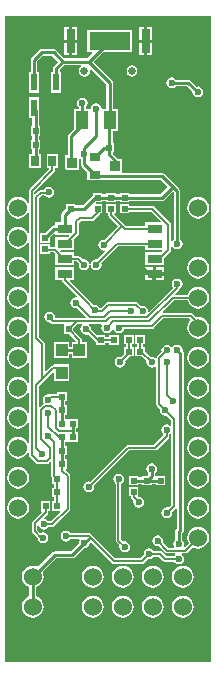
<source format=gbl>
G04 Layer_Physical_Order=2*
G04 Layer_Color=16711680*
%FSLAX25Y25*%
%MOIN*%
G70*
G01*
G75*
%ADD22R,0.03543X0.02756*%
%ADD24R,0.01969X0.01969*%
%ADD25R,0.01969X0.01969*%
%ADD26C,0.00600*%
%ADD27C,0.01000*%
%ADD28C,0.00800*%
%ADD29C,0.02500*%
%ADD30R,0.03000X0.08000*%
%ADD31C,0.06000*%
%ADD32C,0.02362*%
%ADD33R,0.05000X0.03000*%
%ADD34R,0.02165X0.05709*%
%ADD35R,0.02165X0.05709*%
%ADD36R,0.03937X0.04331*%
%ADD37R,0.02756X0.03543*%
%ADD38R,0.13583X0.06102*%
%ADD39R,0.04331X0.06102*%
%ADD40R,0.04331X0.06102*%
%ADD41R,0.03500X0.03500*%
%ADD42R,0.03500X0.03500*%
G36*
X64311Y-41398D02*
X-4312D01*
Y173878D01*
X64311D01*
Y-41398D01*
D02*
G37*
%LPC*%
G36*
X44591Y170091D02*
X43000D01*
Y166000D01*
X44591D01*
Y170091D01*
D02*
G37*
G36*
X19590D02*
X18000D01*
Y166000D01*
X19590D01*
Y170091D01*
D02*
G37*
G36*
X42000D02*
X40409D01*
Y166000D01*
X42000D01*
Y170091D01*
D02*
G37*
G36*
X17000D02*
X15409D01*
Y166000D01*
X17000D01*
Y170091D01*
D02*
G37*
G36*
X44591Y165000D02*
X43000D01*
Y160909D01*
X44591D01*
Y165000D01*
D02*
G37*
G36*
X42000D02*
X40409D01*
Y160909D01*
X42000D01*
Y165000D01*
D02*
G37*
G36*
X19590D02*
X18000D01*
Y160909D01*
X19590D01*
Y165000D01*
D02*
G37*
G36*
X17000D02*
X15409D01*
Y160909D01*
X17000D01*
Y165000D01*
D02*
G37*
G36*
X37903Y169301D02*
X23120D01*
Y161998D01*
X24760D01*
X24911Y161635D01*
X23059Y159783D01*
X15425D01*
X12604Y162604D01*
X12240Y162847D01*
X11811Y162933D01*
X11811Y162933D01*
X7874D01*
X7874Y162933D01*
X7445Y162847D01*
X7081Y162604D01*
X7081Y162604D01*
X4467Y159990D01*
X4224Y159626D01*
X4138Y159197D01*
X4138Y159197D01*
Y155187D01*
X3577D01*
Y148278D01*
X6943D01*
Y155187D01*
X6381D01*
Y158732D01*
X8339Y160689D01*
X11347D01*
X13374Y158661D01*
X11947Y157234D01*
X11704Y156870D01*
X11619Y156441D01*
X11619Y156441D01*
Y155187D01*
X11057D01*
Y148278D01*
X14423D01*
Y155187D01*
X13862D01*
Y155976D01*
X15425Y157540D01*
X21052D01*
X21171Y157146D01*
X20792Y156893D01*
X20383Y156281D01*
X20240Y155559D01*
X20383Y154837D01*
X20792Y154225D01*
X21404Y153816D01*
X22126Y153673D01*
X22848Y153816D01*
X23460Y154225D01*
X23869Y154837D01*
X24012Y155559D01*
X23895Y156147D01*
X24258Y156341D01*
X29390Y151209D01*
Y142726D01*
X28041D01*
X27816Y143000D01*
X27678Y143695D01*
X27284Y144284D01*
X26695Y144678D01*
X26000Y144816D01*
X25305Y144678D01*
X24716Y144284D01*
X24322Y143695D01*
X24206Y143113D01*
X24184Y143000D01*
X23837Y142726D01*
X22578D01*
Y143489D01*
X22741Y143598D01*
X23134Y144187D01*
X23273Y144882D01*
X23134Y145577D01*
X22741Y146166D01*
X22152Y146560D01*
X21457Y146698D01*
X20762Y146560D01*
X20173Y146166D01*
X19779Y145577D01*
X19641Y144882D01*
X19779Y144187D01*
X20173Y143598D01*
X20335Y143489D01*
Y142726D01*
X18691D01*
Y136319D01*
X16924Y134551D01*
X16680Y134187D01*
X16595Y133758D01*
X16595Y133758D01*
Y127397D01*
X15563D01*
Y122697D01*
X20263D01*
Y126433D01*
X20612Y126577D01*
X20926Y126360D01*
Y124500D01*
X20926Y124500D01*
X21011Y124071D01*
X21254Y123707D01*
X23128Y121833D01*
Y119069D01*
X27872D01*
Y119378D01*
X47535D01*
X49914Y117000D01*
X47356Y114443D01*
X37084D01*
Y114906D01*
X33915D01*
Y114443D01*
X32585D01*
Y114906D01*
X31686D01*
X31500Y114943D01*
X31314Y114906D01*
X29416D01*
Y114443D01*
X28084D01*
Y114906D01*
X24915D01*
Y114158D01*
X24849Y114114D01*
X24849Y114114D01*
X21535Y110801D01*
X19084D01*
Y111264D01*
X15915D01*
Y109681D01*
X14723Y108488D01*
X14480Y108124D01*
X14394Y107695D01*
X14394Y107695D01*
Y105100D01*
X12416D01*
Y104122D01*
X12000D01*
X11571Y104036D01*
X11207Y103793D01*
X11207Y103793D01*
X8819Y101406D01*
X7416D01*
Y98237D01*
X10584D01*
Y99998D01*
X12052Y101466D01*
X12416Y101315D01*
Y100900D01*
X16876D01*
X17027Y100536D01*
X16591Y100100D01*
X12416D01*
Y97059D01*
X12243Y96918D01*
X10584D01*
Y97764D01*
X7416D01*
Y94595D01*
X10584D01*
Y95082D01*
X11863D01*
X12416Y94529D01*
Y90900D01*
X18616D01*
Y92082D01*
X19620D01*
X20270Y91432D01*
X20184Y91000D01*
X20322Y90305D01*
X20716Y89716D01*
X21305Y89322D01*
X22000Y89184D01*
X22695Y89322D01*
X23284Y89716D01*
X23678Y90305D01*
X23758Y90707D01*
X23799Y90916D01*
X24201D01*
X24242Y90707D01*
X24322Y90305D01*
X24716Y89716D01*
X25305Y89322D01*
X26000Y89184D01*
X26695Y89322D01*
X27284Y89716D01*
X27678Y90305D01*
X27816Y91000D01*
X27730Y91432D01*
X33380Y97082D01*
X42400D01*
Y95900D01*
X47944D01*
X48094Y95536D01*
X47658Y95100D01*
X42400D01*
Y90900D01*
X48600D01*
Y93158D01*
X50721Y95279D01*
X50942Y95610D01*
X51020Y96000D01*
Y97049D01*
X51413Y97169D01*
X51716Y96716D01*
X52305Y96322D01*
X53000Y96184D01*
X53695Y96322D01*
X54284Y96716D01*
X54678Y97305D01*
X54816Y98000D01*
X54678Y98695D01*
X54284Y99284D01*
X54122Y99393D01*
Y115500D01*
X54122Y115500D01*
X54036Y115929D01*
X53793Y116293D01*
X52293Y117793D01*
X52293Y117793D01*
X48793Y121293D01*
X48429Y121536D01*
X48000Y121622D01*
X48000Y121622D01*
X34962D01*
X34586Y121666D01*
Y126366D01*
X33204D01*
X33029Y126628D01*
X33029Y126628D01*
X31635Y128022D01*
X31708Y128416D01*
X32047D01*
Y131585D01*
X31584D01*
Y135424D01*
X33277D01*
Y142726D01*
X31633D01*
Y151673D01*
X31633Y151673D01*
X31548Y152102D01*
X31305Y152466D01*
X31305Y152466D01*
X25110Y158661D01*
X28447Y161998D01*
X37903D01*
Y169301D01*
D02*
G37*
G36*
X37874Y157445D02*
X37152Y157302D01*
X36540Y156893D01*
X36131Y156281D01*
X35988Y155559D01*
X36131Y154837D01*
X36540Y154225D01*
X37152Y153816D01*
X37874Y153673D01*
X38596Y153816D01*
X39208Y154225D01*
X39617Y154837D01*
X39760Y155559D01*
X39617Y156281D01*
X39208Y156893D01*
X38596Y157302D01*
X37874Y157445D01*
D02*
G37*
G36*
X51181Y153391D02*
X50486Y153253D01*
X49897Y152859D01*
X49503Y152270D01*
X49365Y151575D01*
X49503Y150880D01*
X49897Y150291D01*
X50486Y149897D01*
X51181Y149759D01*
X51876Y149897D01*
X52465Y150291D01*
X52574Y150453D01*
X56228D01*
X58032Y148650D01*
X58026Y148622D01*
X58165Y147927D01*
X58558Y147338D01*
X59148Y146944D01*
X59842Y146806D01*
X60537Y146944D01*
X61127Y147338D01*
X61520Y147927D01*
X61659Y148622D01*
X61520Y149317D01*
X61127Y149906D01*
X60537Y150300D01*
X59842Y150438D01*
X59487Y150367D01*
X57486Y152368D01*
X57122Y152611D01*
X56693Y152696D01*
X56693Y152696D01*
X52574D01*
X52465Y152859D01*
X51876Y153253D01*
X51181Y153391D01*
D02*
G37*
G36*
X6943Y146722D02*
X3577D01*
Y139813D01*
X4736D01*
Y137084D01*
X4273D01*
Y133915D01*
X4736D01*
Y132585D01*
X4273D01*
Y129416D01*
X4736D01*
Y127872D01*
X3569D01*
Y123128D01*
X7525D01*
Y127872D01*
X6980D01*
Y129416D01*
X7442D01*
Y132585D01*
X6980D01*
Y133915D01*
X7442D01*
Y137084D01*
X6980D01*
Y142670D01*
X6943Y142856D01*
Y146722D01*
D02*
G37*
G36*
X13431Y127872D02*
X9475D01*
Y123128D01*
X10298D01*
X10437Y122735D01*
X3851Y116149D01*
X3652Y115851D01*
X3582Y115500D01*
Y111734D01*
X3189Y111655D01*
X3129Y111800D01*
X2552Y112552D01*
X1800Y113129D01*
X924Y113492D01*
X-16Y113615D01*
X-955Y113492D01*
X-1831Y113129D01*
X-2583Y112552D01*
X-3160Y111800D01*
X-3523Y110924D01*
X-3647Y109984D01*
X-3523Y109045D01*
X-3160Y108169D01*
X-2583Y107417D01*
X-1831Y106840D01*
X-955Y106477D01*
X-16Y106353D01*
X924Y106477D01*
X1800Y106840D01*
X2552Y107417D01*
X3129Y108169D01*
X3189Y108313D01*
X3582Y108235D01*
Y101734D01*
X3189Y101655D01*
X3129Y101800D01*
X2552Y102552D01*
X1800Y103129D01*
X924Y103492D01*
X-16Y103615D01*
X-955Y103492D01*
X-1831Y103129D01*
X-2583Y102552D01*
X-3160Y101800D01*
X-3523Y100924D01*
X-3647Y99984D01*
X-3523Y99045D01*
X-3160Y98169D01*
X-2583Y97417D01*
X-1831Y96840D01*
X-955Y96477D01*
X-16Y96353D01*
X924Y96477D01*
X1800Y96840D01*
X2552Y97417D01*
X3129Y98169D01*
X3189Y98313D01*
X3582Y98235D01*
Y91734D01*
X3189Y91655D01*
X3129Y91800D01*
X2552Y92552D01*
X1800Y93129D01*
X924Y93492D01*
X-16Y93615D01*
X-955Y93492D01*
X-1831Y93129D01*
X-2583Y92552D01*
X-3160Y91800D01*
X-3523Y90924D01*
X-3647Y89984D01*
X-3523Y89044D01*
X-3160Y88169D01*
X-2583Y87417D01*
X-1831Y86840D01*
X-955Y86477D01*
X-16Y86353D01*
X924Y86477D01*
X1800Y86840D01*
X2552Y87417D01*
X3129Y88169D01*
X3189Y88313D01*
X3582Y88235D01*
Y81734D01*
X3189Y81655D01*
X3129Y81800D01*
X2552Y82552D01*
X1800Y83129D01*
X924Y83492D01*
X-16Y83615D01*
X-955Y83492D01*
X-1831Y83129D01*
X-2583Y82552D01*
X-3160Y81800D01*
X-3523Y80924D01*
X-3647Y79984D01*
X-3523Y79045D01*
X-3160Y78169D01*
X-2583Y77417D01*
X-1831Y76840D01*
X-955Y76477D01*
X-16Y76353D01*
X924Y76477D01*
X1800Y76840D01*
X2552Y77417D01*
X3129Y78169D01*
X3189Y78313D01*
X3582Y78235D01*
Y71734D01*
X3189Y71655D01*
X3129Y71800D01*
X2552Y72552D01*
X1800Y73129D01*
X924Y73492D01*
X-16Y73615D01*
X-955Y73492D01*
X-1831Y73129D01*
X-2583Y72552D01*
X-3160Y71800D01*
X-3523Y70924D01*
X-3647Y69984D01*
X-3523Y69045D01*
X-3160Y68169D01*
X-2583Y67417D01*
X-1831Y66840D01*
X-955Y66477D01*
X-16Y66353D01*
X924Y66477D01*
X1800Y66840D01*
X2552Y67417D01*
X3129Y68169D01*
X3189Y68313D01*
X3582Y68235D01*
Y61734D01*
X3189Y61655D01*
X3129Y61800D01*
X2552Y62552D01*
X1800Y63129D01*
X924Y63492D01*
X-16Y63615D01*
X-955Y63492D01*
X-1831Y63129D01*
X-2583Y62552D01*
X-3160Y61800D01*
X-3523Y60924D01*
X-3647Y59984D01*
X-3523Y59044D01*
X-3160Y58169D01*
X-2583Y57417D01*
X-1831Y56840D01*
X-955Y56477D01*
X-16Y56353D01*
X924Y56477D01*
X1800Y56840D01*
X2552Y57417D01*
X3129Y58169D01*
X3189Y58313D01*
X3582Y58235D01*
Y51734D01*
X3189Y51655D01*
X3129Y51800D01*
X2552Y52552D01*
X1800Y53129D01*
X924Y53492D01*
X-16Y53615D01*
X-955Y53492D01*
X-1831Y53129D01*
X-2583Y52552D01*
X-3160Y51800D01*
X-3523Y50924D01*
X-3647Y49984D01*
X-3523Y49044D01*
X-3160Y48169D01*
X-2583Y47417D01*
X-1831Y46840D01*
X-955Y46477D01*
X-16Y46353D01*
X924Y46477D01*
X1800Y46840D01*
X2552Y47417D01*
X3129Y48169D01*
X3189Y48313D01*
X3582Y48235D01*
Y41734D01*
X3189Y41655D01*
X3129Y41800D01*
X2552Y42552D01*
X1800Y43129D01*
X924Y43492D01*
X-16Y43615D01*
X-955Y43492D01*
X-1831Y43129D01*
X-2583Y42552D01*
X-3160Y41800D01*
X-3523Y40924D01*
X-3647Y39984D01*
X-3523Y39044D01*
X-3160Y38169D01*
X-2583Y37417D01*
X-1831Y36840D01*
X-955Y36477D01*
X-16Y36353D01*
X924Y36477D01*
X1800Y36840D01*
X2552Y37417D01*
X3129Y38169D01*
X3189Y38313D01*
X3582Y38235D01*
Y31734D01*
X3189Y31655D01*
X3129Y31800D01*
X2552Y32552D01*
X1800Y33129D01*
X924Y33492D01*
X-16Y33615D01*
X-955Y33492D01*
X-1831Y33129D01*
X-2583Y32552D01*
X-3160Y31800D01*
X-3523Y30924D01*
X-3647Y29984D01*
X-3523Y29044D01*
X-3160Y28169D01*
X-2583Y27417D01*
X-1831Y26840D01*
X-955Y26477D01*
X-16Y26353D01*
X924Y26477D01*
X1800Y26840D01*
X2552Y27417D01*
X3129Y28169D01*
X3189Y28313D01*
X3582Y28235D01*
Y27500D01*
X3652Y27149D01*
X3851Y26851D01*
X5851Y24851D01*
X6149Y24652D01*
X6500Y24582D01*
X9500D01*
X9851Y24652D01*
X10149Y24851D01*
X10719Y25421D01*
X11082Y25270D01*
Y20556D01*
X11152Y20204D01*
X11351Y19907D01*
X11387Y19871D01*
Y18000D01*
X12053D01*
Y16669D01*
X11387D01*
Y13500D01*
X12053D01*
Y12084D01*
X11236D01*
Y8916D01*
X13951D01*
X14114Y8522D01*
X11010Y5418D01*
X10029D01*
X9784Y5784D01*
X9195Y6178D01*
X8718Y6273D01*
X8588Y6700D01*
X9828Y7940D01*
X10027Y8237D01*
X10097Y8588D01*
Y8916D01*
X10763D01*
Y12084D01*
X7594D01*
Y8916D01*
X7694D01*
X7845Y8552D01*
X4863Y5570D01*
X4664Y5272D01*
X4594Y4921D01*
Y2165D01*
X4664Y1814D01*
X4863Y1517D01*
X6470Y-90D01*
X6590Y-695D01*
X6984Y-1284D01*
X7573Y-1678D01*
X8268Y-1816D01*
X8963Y-1678D01*
X9552Y-1284D01*
X9945Y-695D01*
X10084Y0D01*
X9945Y695D01*
X9552Y1284D01*
X8963Y1678D01*
X8268Y1816D01*
X7573Y1678D01*
X7407Y1567D01*
X6429Y2545D01*
Y3762D01*
X6822Y3805D01*
X7216Y3216D01*
X7805Y2822D01*
X8500Y2684D01*
X9195Y2822D01*
X9784Y3216D01*
X10029Y3582D01*
X11390D01*
X11741Y3652D01*
X12039Y3851D01*
X17149Y8961D01*
X17348Y9259D01*
X17418Y9610D01*
Y20500D01*
X17348Y20851D01*
X17149Y21149D01*
X15776Y22522D01*
X15939Y22916D01*
X16263D01*
Y26085D01*
X15801D01*
Y27415D01*
X16263D01*
Y30584D01*
X15801D01*
Y31916D01*
X16263D01*
Y34582D01*
X16736D01*
Y31916D01*
X19906D01*
Y35085D01*
X19443D01*
Y36415D01*
X19906D01*
Y39584D01*
X16736D01*
Y36418D01*
X16263D01*
Y39584D01*
X15801D01*
Y40916D01*
X16263D01*
Y44085D01*
X15801D01*
Y45415D01*
X16263D01*
Y48584D01*
X13094D01*
Y47918D01*
X11000D01*
X10649Y47848D01*
X10463Y47724D01*
X10000Y47816D01*
X9305Y47678D01*
X8716Y47284D01*
X8322Y46695D01*
X8184Y46000D01*
X8322Y45305D01*
X8612Y44872D01*
X8568Y44767D01*
X8270Y44568D01*
X7281Y43579D01*
X6918Y43730D01*
Y50620D01*
X8649Y52351D01*
X11538Y55240D01*
X11931Y55077D01*
Y52254D01*
X17068D01*
Y57785D01*
X11931D01*
Y57418D01*
X11500D01*
X11149Y57348D01*
X10851Y57149D01*
X9281Y55579D01*
X8918Y55730D01*
Y64500D01*
X8848Y64851D01*
X8649Y65149D01*
X6918Y66880D01*
Y113120D01*
X7880Y114082D01*
X8778D01*
X8900Y113900D01*
X9489Y113506D01*
X10184Y113368D01*
X10879Y113506D01*
X11468Y113900D01*
X11862Y114489D01*
X12000Y115184D01*
X11862Y115879D01*
X11468Y116468D01*
X10879Y116862D01*
X10184Y117000D01*
X9489Y116862D01*
X8900Y116468D01*
X8532Y115918D01*
X7500D01*
X7149Y115848D01*
X6851Y115649D01*
X5781Y114579D01*
X5418Y114730D01*
Y115120D01*
X12102Y121804D01*
X12301Y122102D01*
X12370Y122453D01*
Y123128D01*
X13431D01*
Y127872D01*
D02*
G37*
G36*
X59984Y113615D02*
X59044Y113492D01*
X58169Y113129D01*
X57417Y112552D01*
X56840Y111800D01*
X56477Y110924D01*
X56353Y109984D01*
X56477Y109045D01*
X56840Y108169D01*
X57417Y107417D01*
X58169Y106840D01*
X59044Y106477D01*
X59984Y106353D01*
X60924Y106477D01*
X61800Y106840D01*
X62552Y107417D01*
X63129Y108169D01*
X63492Y109045D01*
X63615Y109984D01*
X63492Y110924D01*
X63129Y111800D01*
X62552Y112552D01*
X61800Y113129D01*
X60924Y113492D01*
X59984Y113615D01*
D02*
G37*
G36*
X48591Y90091D02*
X46000D01*
Y88500D01*
X48591D01*
Y90091D01*
D02*
G37*
G36*
X45000D02*
X42409D01*
Y88500D01*
X45000D01*
Y90091D01*
D02*
G37*
G36*
X59984Y93615D02*
X59044Y93492D01*
X58169Y93129D01*
X57417Y92552D01*
X56840Y91800D01*
X56477Y90924D01*
X56353Y89984D01*
X56477Y89044D01*
X56840Y88169D01*
X57417Y87417D01*
X58169Y86840D01*
X59044Y86477D01*
X59984Y86353D01*
X60924Y86477D01*
X61800Y86840D01*
X62552Y87417D01*
X63129Y88169D01*
X63492Y89044D01*
X63615Y89984D01*
X63492Y90924D01*
X63129Y91800D01*
X62552Y92552D01*
X61800Y93129D01*
X60924Y93492D01*
X59984Y93615D01*
D02*
G37*
G36*
X48591Y87500D02*
X46000D01*
Y85909D01*
X48591D01*
Y87500D01*
D02*
G37*
G36*
X45000D02*
X42409D01*
Y85909D01*
X45000D01*
Y87500D01*
D02*
G37*
G36*
X18616Y90100D02*
X12416D01*
Y85900D01*
X14598D01*
Y85862D01*
X14668Y85511D01*
X14867Y85213D01*
X19626Y80454D01*
X19432Y80091D01*
X19173Y80143D01*
X18478Y80005D01*
X17889Y79611D01*
X17495Y79022D01*
X17357Y78327D01*
X17495Y77632D01*
X17889Y77043D01*
X18478Y76649D01*
X19173Y76511D01*
X19605Y76597D01*
X22702Y73500D01*
X22551Y73137D01*
X12554D01*
X12304Y73441D01*
X12316Y73500D01*
X12178Y74195D01*
X11784Y74784D01*
X11195Y75178D01*
X10500Y75316D01*
X9805Y75178D01*
X9216Y74784D01*
X8822Y74195D01*
X8684Y73500D01*
X8822Y72805D01*
X9216Y72216D01*
X9805Y71822D01*
X10500Y71684D01*
X10932Y71770D01*
X11132Y71570D01*
X11430Y71371D01*
X11781Y71301D01*
X14933D01*
X15236Y71084D01*
Y67915D01*
X17108D01*
X19364Y65659D01*
X19201Y65265D01*
X17837D01*
Y63622D01*
X17068D01*
Y65265D01*
X11931D01*
Y59735D01*
X17068D01*
Y61378D01*
X17837D01*
Y59735D01*
X22974D01*
Y65265D01*
X21323D01*
Y65916D01*
X21253Y66267D01*
X21054Y66564D01*
X18406Y69213D01*
Y69787D01*
X19920Y71301D01*
X21281D01*
X21401Y70908D01*
X21216Y70784D01*
X20822Y70195D01*
X20684Y69500D01*
X20822Y68805D01*
X21216Y68216D01*
X21805Y67822D01*
X22500Y67684D01*
X23195Y67822D01*
X23306Y67896D01*
X25916Y65287D01*
Y64236D01*
X29085D01*
Y64903D01*
X30415D01*
Y64236D01*
X33584D01*
Y67405D01*
X30415D01*
Y66739D01*
X29085D01*
Y67405D01*
X26392D01*
X24313Y69485D01*
X24316Y69500D01*
X24178Y70195D01*
X23784Y70784D01*
X23599Y70908D01*
X23719Y71301D01*
X27754D01*
X27964Y70908D01*
X27822Y70695D01*
X27684Y70000D01*
X27822Y69305D01*
X28216Y68716D01*
X28805Y68322D01*
X29500Y68184D01*
X30195Y68322D01*
X30784Y68716D01*
X31178Y69305D01*
X31258Y69707D01*
X31299Y69916D01*
X31701D01*
X31742Y69707D01*
X31822Y69305D01*
X32216Y68716D01*
X32805Y68322D01*
X33500Y68184D01*
X34195Y68322D01*
X34784Y68716D01*
X35178Y69305D01*
X35227Y69555D01*
X44488D01*
X44839Y69625D01*
X45137Y69824D01*
X48412Y73098D01*
X57100D01*
X57431Y72768D01*
X57417Y72552D01*
X56840Y71800D01*
X56477Y70924D01*
X56353Y69984D01*
X56477Y69045D01*
X56840Y68169D01*
X57417Y67417D01*
X58169Y66840D01*
X59044Y66477D01*
X59984Y66353D01*
X60924Y66477D01*
X61800Y66840D01*
X62552Y67417D01*
X63129Y68169D01*
X63492Y69045D01*
X63615Y69984D01*
X63492Y70924D01*
X63129Y71800D01*
X62552Y72552D01*
X61800Y73129D01*
X60924Y73492D01*
X59984Y73615D01*
X59272Y73522D01*
X58129Y74665D01*
X57832Y74863D01*
X57480Y74933D01*
X48441D01*
X48278Y75327D01*
X52034Y79082D01*
X56472D01*
X56477Y79045D01*
X56840Y78169D01*
X57417Y77417D01*
X58169Y76840D01*
X59044Y76477D01*
X59984Y76353D01*
X60924Y76477D01*
X61800Y76840D01*
X62552Y77417D01*
X63129Y78169D01*
X63492Y79045D01*
X63615Y79984D01*
X63492Y80924D01*
X63129Y81800D01*
X62552Y82552D01*
X61800Y83129D01*
X60924Y83492D01*
X59984Y83615D01*
X59044Y83492D01*
X58169Y83129D01*
X57417Y82552D01*
X56840Y81800D01*
X56477Y80924D01*
X56476Y80918D01*
X52415D01*
X52264Y81281D01*
X53649Y82666D01*
X53800Y82893D01*
X54284Y83216D01*
X54678Y83805D01*
X54816Y84500D01*
X54678Y85195D01*
X54284Y85784D01*
X53695Y86178D01*
X53000Y86316D01*
X52305Y86178D01*
X51716Y85784D01*
X51322Y85195D01*
X51184Y84500D01*
X51322Y83805D01*
X51671Y83284D01*
X43675Y75288D01*
X43312Y75482D01*
X43316Y75500D01*
X43178Y76195D01*
X42784Y76784D01*
X42195Y77178D01*
X41500Y77316D01*
X41068Y77230D01*
X40068Y78230D01*
X39770Y78429D01*
X39419Y78499D01*
X30081D01*
X29730Y78429D01*
X29432Y78230D01*
X27749Y76547D01*
X27343Y76572D01*
X27034Y77034D01*
X26445Y77428D01*
X25750Y77566D01*
X25216Y77460D01*
X23149Y79527D01*
X23149Y79527D01*
X17139Y85536D01*
X17290Y85900D01*
X18616D01*
Y90100D01*
D02*
G37*
G36*
X38585Y67585D02*
X35416D01*
Y64416D01*
X36082D01*
Y63585D01*
X35416D01*
Y61213D01*
X34432Y60230D01*
X34000Y60316D01*
X33305Y60178D01*
X32716Y59784D01*
X32322Y59195D01*
X32184Y58500D01*
X32322Y57805D01*
X32716Y57216D01*
X33305Y56822D01*
X34000Y56684D01*
X34695Y56822D01*
X35284Y57216D01*
X35678Y57805D01*
X35816Y58500D01*
X35730Y58932D01*
X37213Y60416D01*
X38585D01*
Y63585D01*
X37918D01*
Y64416D01*
X38585D01*
Y67585D01*
D02*
G37*
G36*
X59984Y63615D02*
X59044Y63492D01*
X58169Y63129D01*
X57417Y62552D01*
X56840Y61800D01*
X56477Y60924D01*
X56353Y59984D01*
X56477Y59044D01*
X56840Y58169D01*
X57417Y57417D01*
X58169Y56840D01*
X59044Y56477D01*
X59984Y56353D01*
X60924Y56477D01*
X61800Y56840D01*
X62552Y57417D01*
X63129Y58169D01*
X63492Y59044D01*
X63615Y59984D01*
X63492Y60924D01*
X63129Y61800D01*
X62552Y62552D01*
X61800Y63129D01*
X60924Y63492D01*
X59984Y63615D01*
D02*
G37*
G36*
Y53615D02*
X59044Y53492D01*
X58169Y53129D01*
X57417Y52552D01*
X56840Y51800D01*
X56477Y50924D01*
X56353Y49984D01*
X56477Y49044D01*
X56840Y48169D01*
X57417Y47417D01*
X58169Y46840D01*
X59044Y46477D01*
X59984Y46353D01*
X60924Y46477D01*
X61800Y46840D01*
X62552Y47417D01*
X63129Y48169D01*
X63492Y49044D01*
X63615Y49984D01*
X63492Y50924D01*
X63129Y51800D01*
X62552Y52552D01*
X61800Y53129D01*
X60924Y53492D01*
X59984Y53615D01*
D02*
G37*
G36*
X42226Y67585D02*
X39057D01*
Y64416D01*
X39724D01*
Y63585D01*
X39057D01*
Y60416D01*
X41287D01*
X42770Y58932D01*
X42684Y58500D01*
X42822Y57805D01*
X43216Y57216D01*
X43805Y56822D01*
X44500Y56684D01*
X45195Y56822D01*
X45689Y57152D01*
X46082Y57008D01*
Y44405D01*
X46152Y44054D01*
X46351Y43757D01*
X47223Y42885D01*
X47137Y42453D01*
X47275Y41758D01*
X47669Y41169D01*
X48258Y40775D01*
X48953Y40637D01*
X49385Y40723D01*
X51082Y39025D01*
Y37492D01*
X50689Y37348D01*
X50195Y37678D01*
X49500Y37816D01*
X48805Y37678D01*
X48216Y37284D01*
X47822Y36695D01*
X47684Y36000D01*
X47822Y35305D01*
X48216Y34716D01*
X48303Y34658D01*
X48353Y34151D01*
X45120Y30918D01*
X36693D01*
X36342Y30848D01*
X36044Y30649D01*
X24093Y18698D01*
X23500Y18816D01*
X22805Y18678D01*
X22216Y18284D01*
X21822Y17695D01*
X21684Y17000D01*
X21822Y16305D01*
X22216Y15716D01*
X22805Y15322D01*
X23500Y15184D01*
X24195Y15322D01*
X24784Y15716D01*
X25178Y16305D01*
X25316Y17000D01*
X25262Y17271D01*
X37073Y29082D01*
X45500D01*
X45851Y29152D01*
X46149Y29351D01*
X50149Y33351D01*
X50348Y33649D01*
X50418Y34000D01*
Y34407D01*
X50738Y34627D01*
X51082Y34483D01*
Y31693D01*
Y10845D01*
X50203Y9965D01*
X49606Y10084D01*
X48911Y9945D01*
X48322Y9552D01*
X47929Y8963D01*
X47790Y8268D01*
X47929Y7573D01*
X48322Y6984D01*
X48911Y6590D01*
X49606Y6452D01*
X50301Y6590D01*
X50890Y6984D01*
X51284Y7573D01*
X51422Y8268D01*
X51369Y8536D01*
X52619Y9786D01*
X52746Y9772D01*
X53012Y9651D01*
Y3024D01*
X52707Y2718D01*
X52464Y2354D01*
X52378Y1925D01*
X52378Y1925D01*
Y-607D01*
X52216Y-716D01*
X51822Y-1305D01*
X51684Y-2000D01*
X51822Y-2695D01*
X52039Y-3019D01*
X51829Y-3413D01*
X50183D01*
X48225Y-1455D01*
X48316Y-1000D01*
X48178Y-305D01*
X47784Y284D01*
X47195Y678D01*
X46500Y816D01*
X45805Y678D01*
X45216Y284D01*
X44822Y-305D01*
X44684Y-1000D01*
X44822Y-1695D01*
X45216Y-2284D01*
X45805Y-2678D01*
X46500Y-2816D01*
X46909Y-2735D01*
X49154Y-4980D01*
X49452Y-5178D01*
X49803Y-5248D01*
X52207D01*
X52326Y-5642D01*
X52216Y-5716D01*
X52039Y-5980D01*
X49352D01*
X47965Y-4594D01*
X47634Y-4373D01*
X47244Y-4295D01*
X45162D01*
X44985Y-4031D01*
X44396Y-3637D01*
X43701Y-3499D01*
X43006Y-3637D01*
X42417Y-4031D01*
X42023Y-4620D01*
X41885Y-5315D01*
X41947Y-5627D01*
X40719Y-6854D01*
X32296D01*
X24221Y1221D01*
X23890Y1442D01*
X23500Y1520D01*
X17461D01*
X17284Y1784D01*
X16695Y2178D01*
X16000Y2316D01*
X15305Y2178D01*
X14716Y1784D01*
X14322Y1195D01*
X14184Y500D01*
X14322Y-195D01*
X14716Y-784D01*
X15305Y-1178D01*
X16000Y-1316D01*
X16695Y-1178D01*
X17284Y-784D01*
X17461Y-520D01*
X20324D01*
X20510Y-867D01*
X20369Y-1077D01*
X20231Y-1772D01*
X20269Y-1963D01*
X17646Y-4587D01*
X12244D01*
X12244Y-4587D01*
X11815Y-4673D01*
X11451Y-4916D01*
X6555Y-9812D01*
X5861Y-9524D01*
X4921Y-9400D01*
X3982Y-9524D01*
X3106Y-9887D01*
X2354Y-10464D01*
X1777Y-11216D01*
X1414Y-12092D01*
X1290Y-13032D01*
X1414Y-13971D01*
X1777Y-14847D01*
X2354Y-15599D01*
X3106Y-16176D01*
X3800Y-16464D01*
Y-19600D01*
X3106Y-19887D01*
X2354Y-20464D01*
X1777Y-21216D01*
X1414Y-22092D01*
X1290Y-23031D01*
X1414Y-23971D01*
X1777Y-24847D01*
X2354Y-25599D01*
X3106Y-26176D01*
X3982Y-26539D01*
X4921Y-26663D01*
X5861Y-26539D01*
X6737Y-26176D01*
X7489Y-25599D01*
X8066Y-24847D01*
X8429Y-23971D01*
X8552Y-23031D01*
X8429Y-22092D01*
X8066Y-21216D01*
X7489Y-20464D01*
X6737Y-19887D01*
X6043Y-19600D01*
Y-16464D01*
X6737Y-16176D01*
X7489Y-15599D01*
X8066Y-14847D01*
X8429Y-13971D01*
X8552Y-13032D01*
X8429Y-12092D01*
X8141Y-11398D01*
X12709Y-6830D01*
X18110D01*
X18110Y-6830D01*
X18539Y-6745D01*
X18903Y-6502D01*
X21856Y-3550D01*
X22047Y-3588D01*
X22742Y-3449D01*
X23331Y-3056D01*
X23725Y-2467D01*
X23848Y-1847D01*
X24069Y-1728D01*
X24249Y-1690D01*
X31153Y-8595D01*
X31484Y-8816D01*
X31874Y-8894D01*
X41142D01*
X41532Y-8816D01*
X41863Y-8595D01*
X43389Y-7069D01*
X43701Y-7131D01*
X44396Y-6993D01*
X44985Y-6599D01*
X45162Y-6335D01*
X46822D01*
X48208Y-7721D01*
X48539Y-7942D01*
X48929Y-8020D01*
X52039D01*
X52216Y-8284D01*
X52805Y-8678D01*
X53500Y-8816D01*
X54195Y-8678D01*
X54784Y-8284D01*
X55178Y-7695D01*
X55316Y-7000D01*
X55178Y-6305D01*
X54784Y-5716D01*
X54674Y-5642D01*
X54793Y-5248D01*
X55669D01*
X56020Y-5178D01*
X56318Y-4980D01*
X58151Y-3147D01*
X58169Y-3160D01*
X59044Y-3523D01*
X59984Y-3647D01*
X60924Y-3523D01*
X61800Y-3160D01*
X62552Y-2583D01*
X63129Y-1831D01*
X63492Y-955D01*
X63615Y-16D01*
X63492Y924D01*
X63129Y1800D01*
X62552Y2552D01*
X61800Y3129D01*
X60924Y3492D01*
X59984Y3615D01*
X59044Y3492D01*
X58169Y3129D01*
X57417Y2552D01*
X56840Y1800D01*
X56477Y924D01*
X56353Y-16D01*
X56477Y-955D01*
X56840Y-1831D01*
X56853Y-1849D01*
X55503Y-3199D01*
X55332Y-3173D01*
X55143Y-2747D01*
X55178Y-2695D01*
X55316Y-2000D01*
X55178Y-1305D01*
X54784Y-716D01*
X54622Y-607D01*
Y1461D01*
X54927Y1766D01*
X54927Y1766D01*
X55170Y2130D01*
X55255Y2559D01*
Y61366D01*
X55255Y61366D01*
X55170Y61795D01*
X54927Y62159D01*
X54778Y62308D01*
X54816Y62500D01*
X54678Y63195D01*
X54284Y63784D01*
X53695Y64178D01*
X53000Y64316D01*
X52305Y64178D01*
X51716Y63784D01*
X51507Y63472D01*
X51034D01*
X50890Y63686D01*
X50301Y64079D01*
X49606Y64218D01*
X48911Y64079D01*
X48322Y63686D01*
X47929Y63096D01*
X47790Y62402D01*
X47876Y61969D01*
X46351Y60444D01*
X46152Y60146D01*
X46121Y59989D01*
X46006Y59919D01*
X45703Y59838D01*
X45195Y60178D01*
X44500Y60316D01*
X44068Y60230D01*
X42226Y62071D01*
Y63585D01*
X41560D01*
Y64416D01*
X42226D01*
Y67585D01*
D02*
G37*
G36*
X59984Y43615D02*
X59044Y43492D01*
X58169Y43129D01*
X57417Y42552D01*
X56840Y41800D01*
X56477Y40924D01*
X56353Y39984D01*
X56477Y39044D01*
X56840Y38169D01*
X57417Y37417D01*
X58169Y36840D01*
X59044Y36477D01*
X59984Y36353D01*
X60924Y36477D01*
X61800Y36840D01*
X62552Y37417D01*
X63129Y38169D01*
X63492Y39044D01*
X63615Y39984D01*
X63492Y40924D01*
X63129Y41800D01*
X62552Y42552D01*
X61800Y43129D01*
X60924Y43492D01*
X59984Y43615D01*
D02*
G37*
G36*
Y33615D02*
X59044Y33492D01*
X58169Y33129D01*
X57417Y32552D01*
X56840Y31800D01*
X56477Y30924D01*
X56353Y29984D01*
X56477Y29044D01*
X56840Y28169D01*
X57417Y27417D01*
X58169Y26840D01*
X59044Y26477D01*
X59984Y26353D01*
X60924Y26477D01*
X61800Y26840D01*
X62552Y27417D01*
X63129Y28169D01*
X63492Y29044D01*
X63615Y29984D01*
X63492Y30924D01*
X63129Y31800D01*
X62552Y32552D01*
X61800Y33129D01*
X60924Y33492D01*
X59984Y33615D01*
D02*
G37*
G36*
X44500Y24816D02*
X43805Y24678D01*
X43216Y24284D01*
X42822Y23695D01*
X42684Y23000D01*
X42822Y22305D01*
X43216Y21716D01*
X43378Y21607D01*
Y20965D01*
X42998Y20584D01*
X41416D01*
Y20121D01*
X40084D01*
Y20584D01*
X36915D01*
Y17415D01*
X40084D01*
Y17878D01*
X41416D01*
Y17415D01*
X44585D01*
Y17878D01*
X45915D01*
Y17415D01*
X49084D01*
Y20584D01*
X45915D01*
X45622Y20825D01*
Y21607D01*
X45784Y21716D01*
X46178Y22305D01*
X46316Y23000D01*
X46178Y23695D01*
X45784Y24284D01*
X45195Y24678D01*
X44500Y24816D01*
D02*
G37*
G36*
X59984Y23615D02*
X59044Y23492D01*
X58169Y23129D01*
X57417Y22552D01*
X56840Y21800D01*
X56477Y20924D01*
X56353Y19984D01*
X56477Y19045D01*
X56840Y18169D01*
X57417Y17417D01*
X58169Y16840D01*
X59044Y16477D01*
X59984Y16353D01*
X60924Y16477D01*
X61800Y16840D01*
X62552Y17417D01*
X63129Y18169D01*
X63492Y19045D01*
X63615Y19984D01*
X63492Y20924D01*
X63129Y21800D01*
X62552Y22552D01*
X61800Y23129D01*
X60924Y23492D01*
X59984Y23615D01*
D02*
G37*
G36*
X-16D02*
X-955Y23492D01*
X-1831Y23129D01*
X-2583Y22552D01*
X-3160Y21800D01*
X-3523Y20924D01*
X-3647Y19984D01*
X-3523Y19045D01*
X-3160Y18169D01*
X-2583Y17417D01*
X-1831Y16840D01*
X-955Y16477D01*
X-16Y16353D01*
X924Y16477D01*
X1800Y16840D01*
X2552Y17417D01*
X3129Y18169D01*
X3492Y19045D01*
X3615Y19984D01*
X3492Y20924D01*
X3129Y21800D01*
X2552Y22552D01*
X1800Y23129D01*
X924Y23492D01*
X-16Y23615D01*
D02*
G37*
G36*
X40084Y16942D02*
X36915D01*
Y13773D01*
X37582D01*
Y13468D01*
X37652Y13117D01*
X37851Y12820D01*
X38427Y12243D01*
X38342Y11811D01*
X38480Y11116D01*
X38873Y10527D01*
X39463Y10133D01*
X40157Y9995D01*
X40852Y10133D01*
X41442Y10527D01*
X41835Y11116D01*
X41974Y11811D01*
X41835Y12506D01*
X41442Y13095D01*
X40852Y13489D01*
X40398Y13579D01*
X40136Y13742D01*
X40084Y14012D01*
Y16942D01*
D02*
G37*
G36*
X59984Y13615D02*
X59044Y13492D01*
X58169Y13129D01*
X57417Y12552D01*
X56840Y11800D01*
X56477Y10924D01*
X56353Y9984D01*
X56477Y9044D01*
X56840Y8169D01*
X57417Y7417D01*
X58169Y6840D01*
X59044Y6477D01*
X59984Y6353D01*
X60924Y6477D01*
X61800Y6840D01*
X62552Y7417D01*
X63129Y8169D01*
X63492Y9044D01*
X63615Y9984D01*
X63492Y10924D01*
X63129Y11800D01*
X62552Y12552D01*
X61800Y13129D01*
X60924Y13492D01*
X59984Y13615D01*
D02*
G37*
G36*
X-16D02*
X-955Y13492D01*
X-1831Y13129D01*
X-2583Y12552D01*
X-3160Y11800D01*
X-3523Y10924D01*
X-3647Y9984D01*
X-3523Y9044D01*
X-3160Y8169D01*
X-2583Y7417D01*
X-1831Y6840D01*
X-955Y6477D01*
X-16Y6353D01*
X924Y6477D01*
X1800Y6840D01*
X2552Y7417D01*
X3129Y8169D01*
X3492Y9044D01*
X3615Y9984D01*
X3492Y10924D01*
X3129Y11800D01*
X2552Y12552D01*
X1800Y13129D01*
X924Y13492D01*
X-16Y13615D01*
D02*
G37*
G36*
X33500Y21316D02*
X32805Y21178D01*
X32216Y20784D01*
X31822Y20195D01*
X31684Y19500D01*
X31822Y18805D01*
X32216Y18216D01*
X32547Y17995D01*
Y-965D01*
X32617Y-1316D01*
X32816Y-1613D01*
X33770Y-2568D01*
X33684Y-3000D01*
X33822Y-3695D01*
X34216Y-4284D01*
X34805Y-4678D01*
X35500Y-4816D01*
X36195Y-4678D01*
X36784Y-4284D01*
X37178Y-3695D01*
X37316Y-3000D01*
X37178Y-2305D01*
X36784Y-1716D01*
X36195Y-1322D01*
X35500Y-1184D01*
X35068Y-1270D01*
X34382Y-585D01*
Y17947D01*
X34784Y18216D01*
X35178Y18805D01*
X35316Y19500D01*
X35178Y20195D01*
X34784Y20784D01*
X34195Y21178D01*
X33500Y21316D01*
D02*
G37*
G36*
X54921Y-9400D02*
X53982Y-9524D01*
X53106Y-9887D01*
X52354Y-10464D01*
X51777Y-11216D01*
X51414Y-12092D01*
X51290Y-13032D01*
X51414Y-13971D01*
X51777Y-14847D01*
X52354Y-15599D01*
X53106Y-16176D01*
X53982Y-16539D01*
X54921Y-16663D01*
X55861Y-16539D01*
X56737Y-16176D01*
X57489Y-15599D01*
X58066Y-14847D01*
X58429Y-13971D01*
X58552Y-13032D01*
X58429Y-12092D01*
X58066Y-11216D01*
X57489Y-10464D01*
X56737Y-9887D01*
X55861Y-9524D01*
X54921Y-9400D01*
D02*
G37*
G36*
X44921D02*
X43982Y-9524D01*
X43106Y-9887D01*
X42354Y-10464D01*
X41777Y-11216D01*
X41414Y-12092D01*
X41290Y-13032D01*
X41414Y-13971D01*
X41777Y-14847D01*
X42354Y-15599D01*
X43106Y-16176D01*
X43982Y-16539D01*
X44921Y-16663D01*
X45861Y-16539D01*
X46737Y-16176D01*
X47489Y-15599D01*
X48066Y-14847D01*
X48429Y-13971D01*
X48552Y-13032D01*
X48429Y-12092D01*
X48066Y-11216D01*
X47489Y-10464D01*
X46737Y-9887D01*
X45861Y-9524D01*
X44921Y-9400D01*
D02*
G37*
G36*
X34921D02*
X33981Y-9524D01*
X33106Y-9887D01*
X32354Y-10464D01*
X31777Y-11216D01*
X31414Y-12092D01*
X31290Y-13032D01*
X31414Y-13971D01*
X31777Y-14847D01*
X32354Y-15599D01*
X33106Y-16176D01*
X33981Y-16539D01*
X34921Y-16663D01*
X35861Y-16539D01*
X36737Y-16176D01*
X37489Y-15599D01*
X38066Y-14847D01*
X38429Y-13971D01*
X38552Y-13032D01*
X38429Y-12092D01*
X38066Y-11216D01*
X37489Y-10464D01*
X36737Y-9887D01*
X35861Y-9524D01*
X34921Y-9400D01*
D02*
G37*
G36*
X24921D02*
X23981Y-9524D01*
X23106Y-9887D01*
X22354Y-10464D01*
X21777Y-11216D01*
X21414Y-12092D01*
X21290Y-13032D01*
X21414Y-13971D01*
X21777Y-14847D01*
X22354Y-15599D01*
X23106Y-16176D01*
X23981Y-16539D01*
X24921Y-16663D01*
X25861Y-16539D01*
X26737Y-16176D01*
X27489Y-15599D01*
X28066Y-14847D01*
X28429Y-13971D01*
X28552Y-13032D01*
X28429Y-12092D01*
X28066Y-11216D01*
X27489Y-10464D01*
X26737Y-9887D01*
X25861Y-9524D01*
X24921Y-9400D01*
D02*
G37*
G36*
X54921Y-19400D02*
X53982Y-19524D01*
X53106Y-19887D01*
X52354Y-20464D01*
X51777Y-21216D01*
X51414Y-22092D01*
X51290Y-23031D01*
X51414Y-23971D01*
X51777Y-24847D01*
X52354Y-25599D01*
X53106Y-26176D01*
X53982Y-26539D01*
X54921Y-26663D01*
X55861Y-26539D01*
X56737Y-26176D01*
X57489Y-25599D01*
X58066Y-24847D01*
X58429Y-23971D01*
X58552Y-23031D01*
X58429Y-22092D01*
X58066Y-21216D01*
X57489Y-20464D01*
X56737Y-19887D01*
X55861Y-19524D01*
X54921Y-19400D01*
D02*
G37*
G36*
X44921D02*
X43982Y-19524D01*
X43106Y-19887D01*
X42354Y-20464D01*
X41777Y-21216D01*
X41414Y-22092D01*
X41290Y-23031D01*
X41414Y-23971D01*
X41777Y-24847D01*
X42354Y-25599D01*
X43106Y-26176D01*
X43982Y-26539D01*
X44921Y-26663D01*
X45861Y-26539D01*
X46737Y-26176D01*
X47489Y-25599D01*
X48066Y-24847D01*
X48429Y-23971D01*
X48552Y-23031D01*
X48429Y-22092D01*
X48066Y-21216D01*
X47489Y-20464D01*
X46737Y-19887D01*
X45861Y-19524D01*
X44921Y-19400D01*
D02*
G37*
G36*
X34921D02*
X33981Y-19524D01*
X33106Y-19887D01*
X32354Y-20464D01*
X31777Y-21216D01*
X31414Y-22092D01*
X31290Y-23031D01*
X31414Y-23971D01*
X31777Y-24847D01*
X32354Y-25599D01*
X33106Y-26176D01*
X33981Y-26539D01*
X34921Y-26663D01*
X35861Y-26539D01*
X36737Y-26176D01*
X37489Y-25599D01*
X38066Y-24847D01*
X38429Y-23971D01*
X38552Y-23031D01*
X38429Y-22092D01*
X38066Y-21216D01*
X37489Y-20464D01*
X36737Y-19887D01*
X35861Y-19524D01*
X34921Y-19400D01*
D02*
G37*
G36*
X24921D02*
X23981Y-19524D01*
X23106Y-19887D01*
X22354Y-20464D01*
X21777Y-21216D01*
X21414Y-22092D01*
X21290Y-23031D01*
X21414Y-23971D01*
X21777Y-24847D01*
X22354Y-25599D01*
X23106Y-26176D01*
X23981Y-26539D01*
X24921Y-26663D01*
X25861Y-26539D01*
X26737Y-26176D01*
X27489Y-25599D01*
X28066Y-24847D01*
X28429Y-23971D01*
X28552Y-23031D01*
X28429Y-22092D01*
X28066Y-21216D01*
X27489Y-20464D01*
X26737Y-19887D01*
X25861Y-19524D01*
X24921Y-19400D01*
D02*
G37*
%LPD*%
G36*
X51878Y115035D02*
Y99393D01*
X51716Y99284D01*
X51413Y98831D01*
X51020Y98951D01*
Y104379D01*
X50942Y104769D01*
X50721Y105100D01*
X45421Y110400D01*
X45090Y110621D01*
X44700Y110699D01*
X37084D01*
Y111264D01*
X33915D01*
Y108095D01*
X37084D01*
Y108659D01*
X44277D01*
X47473Y105464D01*
X47322Y105100D01*
X42400D01*
Y103918D01*
X35880D01*
X32097Y107701D01*
X32260Y108095D01*
X32585D01*
Y111264D01*
X29416D01*
Y108095D01*
X30082D01*
Y107500D01*
X30152Y107149D01*
X30351Y106851D01*
X33452Y103750D01*
X28932Y99230D01*
X28500Y99316D01*
X27805Y99178D01*
X27216Y98784D01*
X26822Y98195D01*
X26684Y97500D01*
X26822Y96805D01*
X27216Y96216D01*
X27805Y95822D01*
X28500Y95684D01*
X28911Y95766D01*
X29105Y95403D01*
X26432Y92730D01*
X26000Y92816D01*
X25305Y92678D01*
X24716Y92284D01*
X24322Y91695D01*
X24242Y91293D01*
X24201Y91084D01*
X23799D01*
X23758Y91293D01*
X23678Y91695D01*
X23284Y92284D01*
X22695Y92678D01*
X22000Y92816D01*
X21568Y92730D01*
X20649Y93649D01*
X20351Y93848D01*
X20000Y93918D01*
X18616D01*
Y95100D01*
X14441D01*
X14004Y95536D01*
X14155Y95900D01*
X18616D01*
Y99529D01*
X20068Y100981D01*
X20267Y101279D01*
X20336Y101630D01*
Y105039D01*
X20880Y105582D01*
X24500D01*
X24851Y105652D01*
X25149Y105851D01*
X27149Y107851D01*
X27312Y108095D01*
X28084D01*
Y111264D01*
X26073D01*
X25862Y111657D01*
X25915Y111737D01*
X28084D01*
Y112199D01*
X29416D01*
Y111737D01*
X32585D01*
Y112199D01*
X33915D01*
Y111737D01*
X37084D01*
Y112199D01*
X47821D01*
X47821Y112199D01*
X48250Y112285D01*
X48614Y112528D01*
X51500Y115414D01*
X51878Y115035D01*
D02*
G37*
D22*
X25500Y126953D02*
D03*
Y121047D02*
D03*
D24*
X40642Y62000D02*
D03*
X37000D02*
D03*
X40642Y66000D02*
D03*
X37000D02*
D03*
X12821Y10500D02*
D03*
X9179D02*
D03*
X14679Y38000D02*
D03*
X18321D02*
D03*
X14679Y33500D02*
D03*
X18321D02*
D03*
X9500Y131000D02*
D03*
X5858D02*
D03*
X9500Y135500D02*
D03*
X5858D02*
D03*
X34104Y130000D02*
D03*
X30463D02*
D03*
X13179Y69500D02*
D03*
X16821D02*
D03*
X9329Y15085D02*
D03*
X12971D02*
D03*
X9329Y19584D02*
D03*
X12971D02*
D03*
X18321Y47000D02*
D03*
X14679D02*
D03*
X18321Y42500D02*
D03*
X14679D02*
D03*
X18321Y29000D02*
D03*
X14679D02*
D03*
X18321Y24500D02*
D03*
X14679D02*
D03*
D25*
X31000Y113321D02*
D03*
Y109679D02*
D03*
X35500Y113321D02*
D03*
Y109679D02*
D03*
X26500Y113321D02*
D03*
Y109679D02*
D03*
X9000Y99821D02*
D03*
Y96179D02*
D03*
X38500Y15358D02*
D03*
Y19000D02*
D03*
X32000Y62179D02*
D03*
Y65821D02*
D03*
X17500Y113321D02*
D03*
Y109679D02*
D03*
X47500Y15358D02*
D03*
Y19000D02*
D03*
X43000Y15358D02*
D03*
Y19000D02*
D03*
X27500Y62179D02*
D03*
Y65821D02*
D03*
D26*
X23500Y17000D02*
X23693D01*
X21500Y103500D02*
X22000Y104000D01*
X29500D01*
X12000Y20556D02*
X12971Y19584D01*
X12000Y20556D02*
Y32000D01*
X10000Y34000D02*
X12000Y32000D01*
X12971Y15085D02*
Y19584D01*
X12821Y10500D02*
X12971Y10650D01*
Y15085D01*
X14679Y22321D02*
X16500Y20500D01*
X14679Y22321D02*
Y24500D01*
X15243Y93000D02*
X15516D01*
X20000D01*
X22000Y91000D01*
X33000Y98000D02*
X45500D01*
X26000Y91000D02*
X33000Y98000D01*
X35500Y103000D02*
X45500D01*
X13020Y56500D02*
X14500Y55020D01*
X34000Y58500D02*
X37000Y61500D01*
X27500Y65821D02*
X32000D01*
X23500Y69000D02*
X26679Y65821D01*
X27500D01*
X11500Y56500D02*
X13020D01*
X10000Y46000D02*
X11000Y47000D01*
X14679D01*
X10000Y37000D02*
Y41500D01*
X8000Y53000D02*
X11500Y56500D01*
X13500Y33500D02*
X14679D01*
X10000Y37000D02*
X13500Y33500D01*
X8679Y96000D02*
X12243D01*
X15243Y93000D01*
X12500Y36500D02*
X13500Y35500D01*
X12500Y36500D02*
Y42500D01*
X11081Y43919D02*
X12500Y42500D01*
X13500Y35500D02*
X18321D01*
X6000Y51000D02*
X8000Y53000D01*
X8919Y43919D02*
X11081D01*
X7500Y42500D02*
X8919Y43919D01*
X4500Y115500D02*
X11453Y122453D01*
Y125500D01*
X6000Y30000D02*
Y51000D01*
Y30000D02*
X8000Y28000D01*
X7500Y33000D02*
Y42500D01*
Y33000D02*
X10500Y30000D01*
X4500Y27500D02*
Y115500D01*
Y27500D02*
X6500Y25500D01*
X9500D01*
X10500Y26500D01*
Y30000D01*
X48953Y42453D02*
X52000Y39406D01*
X45500Y30000D02*
X49500Y34000D01*
Y35000D01*
X40642Y62000D02*
X41000D01*
X44500Y58500D01*
X16821Y69500D02*
X19540Y72219D01*
X30500Y75500D02*
X37500D01*
X16821Y69500D02*
X20405Y65916D01*
Y62500D02*
Y65916D01*
X10500Y73500D02*
X11781Y72219D01*
X19540D01*
X8000Y53000D02*
Y64500D01*
X6000Y66500D02*
X8000Y64500D01*
X6000Y66500D02*
Y113500D01*
X7500Y115000D01*
X31000Y107500D02*
Y109679D01*
Y107500D02*
X34750Y103750D01*
X28500Y97500D02*
X34750Y103750D01*
X35500Y103000D01*
X7500Y115000D02*
X10000D01*
X10184Y115184D01*
X21500Y96000D02*
X29500Y104000D01*
X15516Y98000D02*
X15789D01*
X19419Y101630D01*
Y105419D01*
X20500Y106500D01*
X24500D01*
X26500Y108500D01*
Y109679D01*
X30081Y77581D02*
X39419D01*
X41500Y75500D01*
X47000Y44405D02*
X48953Y42453D01*
X47000Y59795D02*
X49606Y62402D01*
X47000Y44405D02*
Y59795D01*
X8268Y69568D02*
X8918Y68918D01*
X8268Y69568D02*
Y87205D01*
X57480Y74016D02*
X60000Y71496D01*
Y70000D02*
Y71496D01*
X53000Y83315D02*
Y84500D01*
X51653Y80000D02*
X60000D01*
X48031Y74016D02*
X57480D01*
X5512Y4921D02*
X9179Y8588D01*
Y10500D01*
X23693Y17000D02*
X36693Y30000D01*
X45500D01*
X55669Y-4331D02*
X60000Y0D01*
X49606Y8268D02*
X49705Y8169D01*
X52000Y10465D01*
X5512Y2165D02*
Y4921D01*
Y2165D02*
X7677Y0D01*
X8268D01*
X23819Y0D02*
Y181D01*
X8500Y4500D02*
X11390D01*
X16500Y9610D01*
Y20500D01*
X33465Y-965D02*
X35500Y-3000D01*
X33465Y-965D02*
Y18965D01*
X34000Y19500D01*
X38500Y13468D02*
X40157Y11811D01*
X38500Y13468D02*
Y15358D01*
X46472Y-1000D02*
X49803Y-4331D01*
X55669D01*
X52000Y10465D02*
Y31693D01*
Y39406D01*
X25591Y75590D02*
X28091D01*
X30081Y77581D01*
X22500Y78878D02*
X25689Y75689D01*
X25591Y75590D02*
X25689Y75689D01*
X15516Y85862D02*
Y88000D01*
Y85862D02*
X22500Y78878D01*
Y78878D02*
Y78878D01*
X19173Y78327D02*
X23878Y73622D01*
X28622D01*
X30500Y75500D01*
X49500Y47500D02*
X51500Y45500D01*
X49500Y47500D02*
Y58500D01*
X33500Y70000D02*
X33972Y70472D01*
X44488D01*
X48031Y74016D01*
X43104Y73419D02*
X53000Y83315D01*
X40638Y73419D02*
X43104D01*
X40632Y73425D02*
X40638Y73419D01*
X38368Y73425D02*
X40632D01*
X38362Y73419D02*
X38368Y73425D01*
X36638Y73419D02*
X38362D01*
X36632Y73425D02*
X36638Y73419D01*
X43735Y72081D02*
X51653Y80000D01*
X29500Y70000D02*
X31581Y72081D01*
X43735D01*
X19540Y72219D02*
X29305D01*
X30512Y73425D01*
X36632D01*
X40642Y62000D02*
Y66000D01*
X37000Y62000D02*
Y66000D01*
D27*
X49000Y88000D02*
X55281Y94281D01*
X60000Y98976D02*
Y100000D01*
X55281Y94257D02*
X60000Y98976D01*
X44114Y87579D02*
X45079D01*
X39764Y91929D02*
X44114Y87579D01*
X39764Y91929D02*
Y93898D01*
X55281Y94257D02*
Y94281D01*
X24803Y116929D02*
X44291D01*
X21195Y113321D02*
X24803Y116929D01*
X17500Y113321D02*
X21195D01*
X14632D02*
X17500D01*
X12465Y115488D02*
X14632Y113321D01*
X12465Y115488D02*
Y119031D01*
X12205Y119291D02*
X12465Y119031D01*
X12205Y119291D02*
X14173Y121260D01*
Y123622D01*
X22047Y127756D02*
Y130047D01*
Y124500D02*
Y126969D01*
X21457Y144882D02*
X21457Y144882D01*
Y139075D02*
Y144882D01*
X23524Y158661D02*
X30512Y151673D01*
Y139075D02*
Y151673D01*
X30463Y139025D02*
X30512Y139075D01*
X30463Y130000D02*
Y139025D01*
X12740Y156441D02*
X14961Y158661D01*
X12740Y151732D02*
Y156441D01*
X23524Y158661D02*
X30512Y165650D01*
X14961Y158661D02*
X23524D01*
X11811Y161811D02*
X14961Y158661D01*
X7874Y161811D02*
X11811D01*
X5260Y159197D02*
X7874Y161811D01*
X5260Y151732D02*
Y159197D01*
X9000Y158410D02*
X9055Y158465D01*
X9000Y151732D02*
Y158410D01*
X39567Y139075D02*
X43799D01*
X50394Y132480D01*
X56693Y151575D02*
X59842Y148425D01*
Y148622D01*
X51181Y151575D02*
X56693D01*
X43000Y19000D02*
X47500D01*
X44500Y20500D02*
Y23000D01*
X43000Y19000D02*
X44500Y20500D01*
X26000Y134000D02*
Y143000D01*
X31000Y113321D02*
X35500D01*
X26500D02*
X31000D01*
X22000Y109679D02*
X25642Y113321D01*
X26500D01*
X17500Y109679D02*
X22000D01*
X15516Y103000D02*
Y107695D01*
X17500Y109679D01*
X9500Y131000D02*
Y135500D01*
X9000Y147008D02*
Y151732D01*
X14679Y42500D02*
Y47000D01*
X18321Y42500D02*
Y47000D01*
X14679Y24500D02*
Y29000D01*
X18321Y24500D02*
Y29000D01*
X5260Y143268D02*
X5858Y142670D01*
X5547Y125500D02*
X5858Y125811D01*
Y126189D01*
Y131000D01*
X5760Y126287D02*
X5858Y126189D01*
Y131000D02*
Y135500D01*
Y142670D01*
X14500Y62500D02*
X20405D01*
X21000Y137931D02*
X21445Y137486D01*
X14679Y38000D02*
Y42500D01*
X27500Y62179D02*
X32000D01*
X20405Y55020D02*
X24520D01*
X27500Y58000D01*
Y62179D01*
X9500Y100500D02*
X12000Y103000D01*
X15516D01*
X18321Y33500D02*
Y35500D01*
Y38000D01*
X14679Y29000D02*
Y33500D01*
X45500Y88000D02*
X49000D01*
X38500Y19000D02*
X43000D01*
X15516Y98000D02*
X15797Y98281D01*
X25500Y121047D02*
X26047Y120500D01*
X53000Y98000D02*
Y115500D01*
X26047Y120500D02*
X48000D01*
X35500Y113321D02*
X47821D01*
X51500Y117000D01*
X53000Y115500D01*
X48000Y120500D02*
X51500Y117000D01*
X9500Y131000D02*
X11323D01*
X14173Y128150D01*
X28547Y130000D02*
X30463D01*
X25500Y126953D02*
X28547Y130000D01*
X34104D02*
X34142Y130037D01*
X14173Y123622D02*
Y128150D01*
X22047Y124500D02*
X25500Y121047D01*
X22047Y130047D02*
X26000Y134000D01*
X17717Y133758D02*
X21445Y137486D01*
X14173Y123622D02*
X17913Y119882D01*
Y119047D02*
Y119882D01*
X17717Y125244D02*
Y133758D01*
Y125244D02*
X17913Y125047D01*
X9500Y135500D02*
Y137059D01*
X12598Y140157D01*
Y143126D01*
X4921Y-23031D02*
Y-13032D01*
X14921Y-23031D02*
Y-13032D01*
Y-26221D02*
Y-23031D01*
X27500Y46331D02*
Y58000D01*
Y46331D02*
X27835Y45996D01*
X32165D01*
X36496D01*
X23504D02*
X27835D01*
X18321Y47000D02*
X22500D01*
X23504Y45996D01*
X18321Y29000D02*
X19500D01*
X23504Y33004D01*
X9329Y15085D02*
Y19584D01*
X5512Y11267D02*
X9329Y15085D01*
X5512Y8071D02*
Y11267D01*
X0Y2559D02*
X5512Y8071D01*
X0Y0D02*
Y2559D01*
Y-25984D02*
Y0D01*
X53000Y62500D02*
X54134Y61366D01*
X53500Y-2000D02*
Y1925D01*
X54134Y2559D01*
Y61366D01*
X4921Y-13032D02*
X12244Y-5709D01*
X18110D01*
X22047Y-1772D01*
X23819Y0D01*
X0Y0D02*
X3543Y-3543D01*
X18307Y21654D02*
X19685Y20276D01*
X18307Y21654D02*
Y24486D01*
X18321Y24500D01*
X12597Y68918D02*
X13179Y69500D01*
X8918Y68918D02*
X12597D01*
X31000Y113321D02*
X31500Y113821D01*
X28346Y-591D02*
X33465Y-5709D01*
X19685Y8071D02*
Y20276D01*
X3543Y-3543D02*
X8268D01*
X19783Y7972D01*
X28346Y-591D01*
X33465Y-5709D02*
X37795D01*
X42126Y-1378D01*
Y-1181D01*
X45250Y1943D01*
Y15358D01*
X43000D02*
X45250D01*
X47500D01*
X34142Y130037D02*
Y133650D01*
X39567Y139075D01*
X32874Y159646D02*
X35524Y156996D01*
Y151090D02*
Y156996D01*
Y151090D02*
X39567Y147047D01*
Y139075D02*
Y147047D01*
X37646Y124606D02*
X38189Y125150D01*
X30463Y127608D02*
Y130000D01*
Y127608D02*
X32236Y125835D01*
Y124016D02*
Y125835D01*
X34104Y128100D02*
Y130000D01*
Y128100D02*
X37055Y125150D01*
X38189D01*
X12941Y143949D02*
X16732Y140157D01*
X9000Y147008D02*
X12059Y143949D01*
X12740Y143268D01*
X12598Y143126D02*
X12740Y143268D01*
X12059Y143949D02*
X12941D01*
X0Y-25984D02*
X2416Y-28400D01*
X12742D01*
X14921Y-26221D01*
D28*
X21850Y127953D02*
X22047Y127756D01*
Y126969D02*
Y127756D01*
X35500Y109679D02*
X44700D01*
X50000Y104379D01*
X45500Y93000D02*
X47000D01*
X50000Y96000D01*
Y104379D01*
X45079Y87579D02*
X45500Y88000D01*
X47244Y-5315D02*
X48929Y-7000D01*
X53500D01*
X45079Y84055D02*
Y87579D01*
X34646Y63386D02*
Y67716D01*
X33439Y62179D02*
X34646Y63386D01*
X32000Y62179D02*
X33439D01*
X23500Y500D02*
X23819Y181D01*
X16000Y500D02*
X23500D01*
X23819Y181D02*
X31874Y-7874D01*
X41142D01*
X43701Y-5315D01*
X47244D01*
X46850Y68700D02*
X49606Y71457D01*
X34646Y67716D02*
X35629Y68700D01*
X46850D01*
D29*
X22126Y155559D02*
D03*
X37874D02*
D03*
D30*
X17500Y165500D02*
D03*
X42500D02*
D03*
D31*
X4921Y-23031D02*
D03*
X14921D02*
D03*
X24921D02*
D03*
X34921D02*
D03*
X44921D02*
D03*
X54921D02*
D03*
X4921Y-13032D02*
D03*
X14921D02*
D03*
X24921D02*
D03*
X34921D02*
D03*
X44921D02*
D03*
X54921D02*
D03*
X59984Y109984D02*
D03*
Y99984D02*
D03*
Y89984D02*
D03*
Y79984D02*
D03*
Y69984D02*
D03*
Y59984D02*
D03*
Y49984D02*
D03*
Y39984D02*
D03*
Y29984D02*
D03*
Y19984D02*
D03*
Y9984D02*
D03*
Y-16D02*
D03*
X-16D02*
D03*
Y9984D02*
D03*
Y19984D02*
D03*
Y29984D02*
D03*
Y39984D02*
D03*
Y49984D02*
D03*
Y59984D02*
D03*
Y69984D02*
D03*
Y79984D02*
D03*
Y89984D02*
D03*
Y99984D02*
D03*
Y109984D02*
D03*
D32*
X36496Y33004D02*
D03*
X32165D02*
D03*
X27835D02*
D03*
X23504D02*
D03*
X36496Y37335D02*
D03*
X32165D02*
D03*
X27835D02*
D03*
X23504D02*
D03*
X36496Y41665D02*
D03*
X32165D02*
D03*
X27835D02*
D03*
X23504D02*
D03*
X36496Y45996D02*
D03*
X32165D02*
D03*
X27835D02*
D03*
X23504D02*
D03*
X23500Y17000D02*
D03*
X39764Y93898D02*
D03*
X44291Y116929D02*
D03*
X12205Y119291D02*
D03*
X21850Y127953D02*
D03*
X16732Y140157D02*
D03*
X21457Y144882D02*
D03*
X9055Y158465D02*
D03*
X50394Y132480D02*
D03*
X59842Y148622D02*
D03*
X51181Y151575D02*
D03*
X28346Y-591D02*
D03*
X8500Y4500D02*
D03*
X41500Y75500D02*
D03*
X37500D02*
D03*
X10000Y34000D02*
D03*
Y46000D02*
D03*
X49500Y58500D02*
D03*
Y36000D02*
D03*
X10000Y41500D02*
D03*
X44500Y23000D02*
D03*
X26000Y143000D02*
D03*
X49606Y62402D02*
D03*
X8000Y28000D02*
D03*
X22000Y91000D02*
D03*
X26000D02*
D03*
X28500Y97500D02*
D03*
X19173Y78327D02*
D03*
X34000Y58500D02*
D03*
X22500Y69500D02*
D03*
X51500Y45500D02*
D03*
X48953Y42453D02*
D03*
X53000Y98000D02*
D03*
X53500Y-7000D02*
D03*
X44500Y58500D02*
D03*
X33500Y70000D02*
D03*
X25750Y75750D02*
D03*
X29500Y70000D02*
D03*
X53000Y84500D02*
D03*
X10500Y73500D02*
D03*
X8918Y68918D02*
D03*
X10184Y115184D02*
D03*
X21500Y96000D02*
D03*
X29500Y104000D02*
D03*
X21500Y103500D02*
D03*
X46500Y-1000D02*
D03*
X43701Y-5315D02*
D03*
X35500Y-3000D02*
D03*
X33500Y19500D02*
D03*
X53500Y-2000D02*
D03*
X53000Y62500D02*
D03*
X8268Y87205D02*
D03*
X49606Y71457D02*
D03*
X45079Y84055D02*
D03*
X49606Y8268D02*
D03*
X8268Y0D02*
D03*
X22047Y-1772D02*
D03*
X16000Y500D02*
D03*
X40157Y11811D02*
D03*
X32874Y159646D02*
D03*
D33*
X15516Y88000D02*
D03*
Y93000D02*
D03*
Y98000D02*
D03*
Y103000D02*
D03*
X45500Y88000D02*
D03*
Y93000D02*
D03*
Y98000D02*
D03*
Y103000D02*
D03*
D34*
X5260Y143268D02*
D03*
X12740D02*
D03*
Y151732D02*
D03*
X9000D02*
D03*
D35*
X5260Y151732D02*
D03*
D36*
X20405Y55020D02*
D03*
X14500D02*
D03*
X20405Y62500D02*
D03*
X14500D02*
D03*
D37*
X5547Y125500D02*
D03*
X11453D02*
D03*
D38*
X30512Y165650D02*
D03*
D39*
X21457Y139075D02*
D03*
X30512D02*
D03*
D40*
X39567D02*
D03*
D41*
X38236Y124016D02*
D03*
X32236D02*
D03*
D42*
X17913Y125047D02*
D03*
Y119047D02*
D03*
M02*

</source>
